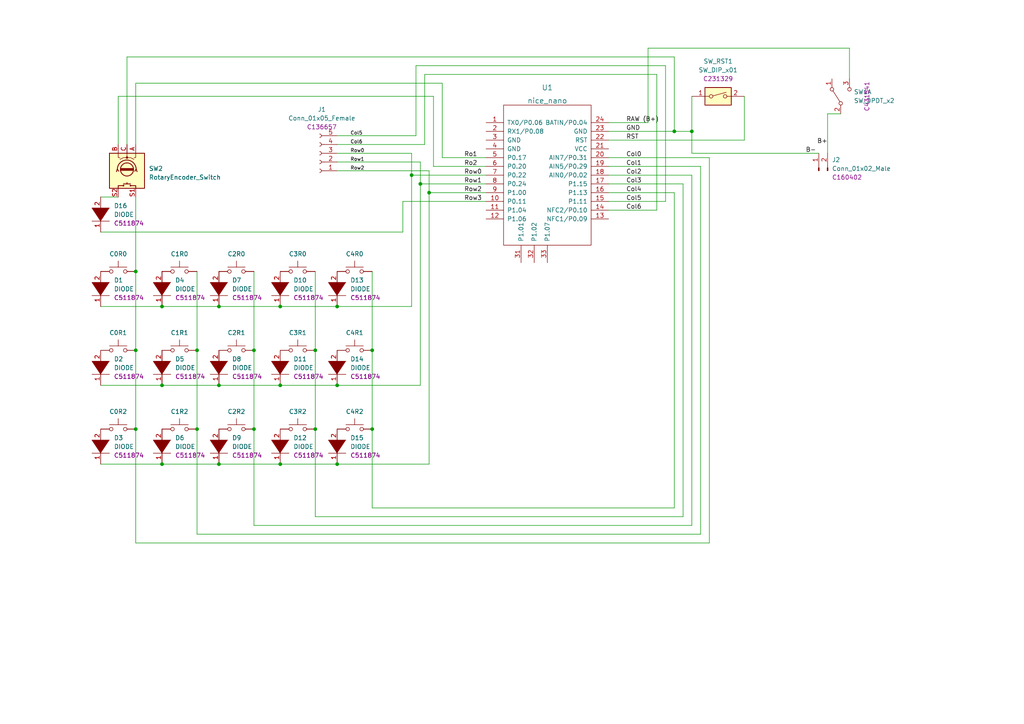
<source format=kicad_sch>
(kicad_sch (version 20230121) (generator eeschema)
  (paper "A4")
  (lib_symbols
    (symbol "DIODE_1" (pin_names (offset 1.016) hide)
      (property "Reference" "D" (at 0 -3.81 0))
      (property "Value" "DIODE_1" (at 0 -4.445 0))
      (property "LCSC" "C511874" (at 0 -6.35 0))
      (symbol "DIODE_1_0_1"
        (polyline (pts (xy -1.905 -2.54) (xy -1.905 2.54)))
        (polyline (pts (xy 1.905 -2.54) (xy 1.905 2.54) (xy -1.905 0)) (fill (type outline)))
      )
      (symbol "DIODE_1_1_1"
        (pin input line (at -5.08 0 0) (length 3.81) (name "A") (number "1"))
        (pin input line (at 5.08 0 180) (length 3.81) (name "K") (number "2"))
      )
    )
    (symbol "DIODE_10" (pin_names (offset 1.016) hide)
      (property "Reference" "D" (at 0 -3.81 0))
      (property "Value" "DIODE_10" (at 0 -4.445 0))
      (property "LCSC" "C511874" (at 0 -6.35 0))
      (symbol "DIODE_10_0_1"
        (polyline (pts (xy -1.905 -2.54) (xy -1.905 2.54)))
        (polyline (pts (xy 1.905 -2.54) (xy 1.905 2.54) (xy -1.905 0)) (fill (type outline)))
      )
      (symbol "DIODE_10_1_1"
        (pin input line (at -5.08 0 0) (length 3.81) (name "A") (number "1"))
        (pin input line (at 5.08 0 180) (length 3.81) (name "K") (number "2"))
      )
    )
    (symbol "DIODE_11" (pin_names (offset 1.016) hide)
      (property "Reference" "D" (at 0 -3.81 0))
      (property "Value" "DIODE_11" (at 0 -4.445 0))
      (property "LCSC" "C511874" (at 0 -6.35 0))
      (symbol "DIODE_11_0_1"
        (polyline (pts (xy -1.905 -2.54) (xy -1.905 2.54)))
        (polyline (pts (xy 1.905 -2.54) (xy 1.905 2.54) (xy -1.905 0)) (fill (type outline)))
      )
      (symbol "DIODE_11_1_1"
        (pin input line (at -5.08 0 0) (length 3.81) (name "A") (number "1"))
        (pin input line (at 5.08 0 180) (length 3.81) (name "K") (number "2"))
      )
    )
    (symbol "DIODE_12" (pin_names (offset 1.016) hide)
      (property "Reference" "D" (at 0 -3.81 0))
      (property "Value" "DIODE_12" (at 0 -4.445 0))
      (property "LCSC" "C511874" (at 0 -6.35 0))
      (symbol "DIODE_12_0_1"
        (polyline (pts (xy -1.905 -2.54) (xy -1.905 2.54)))
        (polyline (pts (xy 1.905 -2.54) (xy 1.905 2.54) (xy -1.905 0)) (fill (type outline)))
      )
      (symbol "DIODE_12_1_1"
        (pin input line (at -5.08 0 0) (length 3.81) (name "A") (number "1"))
        (pin input line (at 5.08 0 180) (length 3.81) (name "K") (number "2"))
      )
    )
    (symbol "DIODE_13" (pin_names (offset 1.016) hide)
      (property "Reference" "D" (at 0 -3.81 0))
      (property "Value" "DIODE_13" (at 0 -4.445 0))
      (property "LCSC" "C511874" (at 0 -6.35 0))
      (symbol "DIODE_13_0_1"
        (polyline (pts (xy -1.905 -2.54) (xy -1.905 2.54)))
        (polyline (pts (xy 1.905 -2.54) (xy 1.905 2.54) (xy -1.905 0)) (fill (type outline)))
      )
      (symbol "DIODE_13_1_1"
        (pin input line (at -5.08 0 0) (length 3.81) (name "A") (number "1"))
        (pin input line (at 5.08 0 180) (length 3.81) (name "K") (number "2"))
      )
    )
    (symbol "DIODE_14" (pin_names (offset 1.016) hide)
      (property "Reference" "D" (at 0 -3.81 0))
      (property "Value" "DIODE_14" (at 0 -4.445 0))
      (property "LCSC" "C511874" (at 0 -6.35 0))
      (symbol "DIODE_14_0_1"
        (polyline (pts (xy -1.905 -2.54) (xy -1.905 2.54)))
        (polyline (pts (xy 1.905 -2.54) (xy 1.905 2.54) (xy -1.905 0)) (fill (type outline)))
      )
      (symbol "DIODE_14_1_1"
        (pin input line (at -5.08 0 0) (length 3.81) (name "A") (number "1"))
        (pin input line (at 5.08 0 180) (length 3.81) (name "K") (number "2"))
      )
    )
    (symbol "DIODE_2" (pin_names (offset 1.016) hide)
      (property "Reference" "D" (at 0 -3.81 0))
      (property "Value" "DIODE_2" (at 0 -4.445 0))
      (property "LCSC" "C511874" (at 0 -6.35 0))
      (symbol "DIODE_2_0_1"
        (polyline (pts (xy -1.905 -2.54) (xy -1.905 2.54)))
        (polyline (pts (xy 1.905 -2.54) (xy 1.905 2.54) (xy -1.905 0)) (fill (type outline)))
      )
      (symbol "DIODE_2_1_1"
        (pin input line (at -5.08 0 0) (length 3.81) (name "A") (number "1"))
        (pin input line (at 5.08 0 180) (length 3.81) (name "K") (number "2"))
      )
    )
    (symbol "DIODE_3" (pin_names (offset 1.016) hide)
      (property "Reference" "D" (at 0 -3.81 0))
      (property "Value" "DIODE_3" (at 0 -4.445 0))
      (property "LCSC" "C511874" (at 0 -6.35 0))
      (symbol "DIODE_3_0_1"
        (polyline (pts (xy -1.905 -2.54) (xy -1.905 2.54)))
        (polyline (pts (xy 1.905 -2.54) (xy 1.905 2.54) (xy -1.905 0)) (fill (type outline)))
      )
      (symbol "DIODE_3_1_1"
        (pin input line (at -5.08 0 0) (length 3.81) (name "A") (number "1"))
        (pin input line (at 5.08 0 180) (length 3.81) (name "K") (number "2"))
      )
    )
    (symbol "DIODE_4" (pin_names (offset 1.016) hide)
      (property "Reference" "D" (at 0 -3.81 0))
      (property "Value" "DIODE_4" (at 0 -4.445 0))
      (property "LCSC" "C511874" (at 0 -6.35 0))
      (symbol "DIODE_4_0_1"
        (polyline (pts (xy -1.905 -2.54) (xy -1.905 2.54)))
        (polyline (pts (xy 1.905 -2.54) (xy 1.905 2.54) (xy -1.905 0)) (fill (type outline)))
      )
      (symbol "DIODE_4_1_1"
        (pin input line (at -5.08 0 0) (length 3.81) (name "A") (number "1"))
        (pin input line (at 5.08 0 180) (length 3.81) (name "K") (number "2"))
      )
    )
    (symbol "DIODE_5" (pin_names (offset 1.016) hide)
      (property "Reference" "D" (at 0 -3.81 0))
      (property "Value" "DIODE_5" (at 0 -4.445 0))
      (property "LCSC" "C511874" (at 0 -6.35 0))
      (symbol "DIODE_5_0_1"
        (polyline (pts (xy -1.905 -2.54) (xy -1.905 2.54)))
        (polyline (pts (xy 1.905 -2.54) (xy 1.905 2.54) (xy -1.905 0)) (fill (type outline)))
      )
      (symbol "DIODE_5_1_1"
        (pin input line (at -5.08 0 0) (length 3.81) (name "A") (number "1"))
        (pin input line (at 5.08 0 180) (length 3.81) (name "K") (number "2"))
      )
    )
    (symbol "DIODE_6" (pin_names (offset 1.016) hide)
      (property "Reference" "D" (at 0 -3.81 0))
      (property "Value" "DIODE_6" (at 0 -4.445 0))
      (property "LCSC" "C511874" (at 0 -6.35 0))
      (symbol "DIODE_6_0_1"
        (polyline (pts (xy -1.905 -2.54) (xy -1.905 2.54)))
        (polyline (pts (xy 1.905 -2.54) (xy 1.905 2.54) (xy -1.905 0)) (fill (type outline)))
      )
      (symbol "DIODE_6_1_1"
        (pin input line (at -5.08 0 0) (length 3.81) (name "A") (number "1"))
        (pin input line (at 5.08 0 180) (length 3.81) (name "K") (number "2"))
      )
    )
    (symbol "DIODE_7" (pin_names (offset 1.016) hide)
      (property "Reference" "D" (at 0 -3.81 0))
      (property "Value" "DIODE_7" (at 0 -4.445 0))
      (property "LCSC" "C511874" (at 0 -6.35 0))
      (symbol "DIODE_7_0_1"
        (polyline (pts (xy -1.905 -2.54) (xy -1.905 2.54)))
        (polyline (pts (xy 1.905 -2.54) (xy 1.905 2.54) (xy -1.905 0)) (fill (type outline)))
      )
      (symbol "DIODE_7_1_1"
        (pin input line (at -5.08 0 0) (length 3.81) (name "A") (number "1"))
        (pin input line (at 5.08 0 180) (length 3.81) (name "K") (number "2"))
      )
    )
    (symbol "DIODE_8" (pin_names (offset 1.016) hide)
      (property "Reference" "D" (at 0 -3.81 0))
      (property "Value" "DIODE_8" (at 0 -4.445 0))
      (property "LCSC" "C511874" (at 0 -6.35 0))
      (symbol "DIODE_8_0_1"
        (polyline (pts (xy -1.905 -2.54) (xy -1.905 2.54)))
        (polyline (pts (xy 1.905 -2.54) (xy 1.905 2.54) (xy -1.905 0)) (fill (type outline)))
      )
      (symbol "DIODE_8_1_1"
        (pin input line (at -5.08 0 0) (length 3.81) (name "A") (number "1"))
        (pin input line (at 5.08 0 180) (length 3.81) (name "K") (number "2"))
      )
    )
    (symbol "DIODE_9" (pin_names (offset 1.016) hide)
      (property "Reference" "D" (at 0 -3.81 0))
      (property "Value" "DIODE_9" (at 0 -4.445 0))
      (property "LCSC" "C511874" (at 0 -6.35 0))
      (symbol "DIODE_9_0_1"
        (polyline (pts (xy -1.905 -2.54) (xy -1.905 2.54)))
        (polyline (pts (xy 1.905 -2.54) (xy 1.905 2.54) (xy -1.905 0)) (fill (type outline)))
      )
      (symbol "DIODE_9_1_1"
        (pin input line (at -5.08 0 0) (length 3.81) (name "A") (number "1"))
        (pin input line (at 5.08 0 180) (length 3.81) (name "K") (number "2"))
      )
    )
    (symbol "Device:RotaryEncoder_Switch" (pin_names (offset 0.254) hide)
      (property "Reference" "SW" (at 0 6.604 0))
      (property "Value" "RotaryEncoder_Switch" (at 0 -6.604 0))
      (symbol "RotaryEncoder_Switch_0_1"
        (rectangle (start -5.08 5.08) (end 5.08 -5.08) (stroke (width 0.254)) (fill (type background)))
        (circle (center -3.81 0) (radius 0.254) (fill (type outline)))
        (circle (center -0.381 0) (radius 1.905) (stroke (width 0.254)))
        (arc (start -0.381 2.667) (mid -3.0988 -0.0635) (end -0.381 -2.794) (stroke (width 0.254)))
        (polyline (pts (xy -0.635 -1.778) (xy -0.635 1.778)) (stroke (width 0.254)))
        (polyline (pts (xy -0.381 -1.778) (xy -0.381 1.778)) (stroke (width 0.254)))
        (polyline (pts (xy -0.127 1.778) (xy -0.127 -1.778)) (stroke (width 0.254)))
        (polyline (pts (xy 3.81 0) (xy 3.429 0)) (stroke (width 0.254)))
        (polyline (pts (xy 3.81 1.016) (xy 3.81 -1.016)) (stroke (width 0.254)))
        (polyline (pts (xy -5.08 -2.54) (xy -3.81 -2.54) (xy -3.81 -2.032)))
        (polyline (pts (xy -5.08 2.54) (xy -3.81 2.54) (xy -3.81 2.032)))
        (polyline (pts (xy 0.254 -3.048) (xy -0.508 -2.794) (xy 0.127 -2.413)) (stroke (width 0.254)))
        (polyline (pts (xy 0.254 2.921) (xy -0.508 2.667) (xy 0.127 2.286)) (stroke (width 0.254)))
        (polyline (pts (xy 5.08 -2.54) (xy 4.318 -2.54) (xy 4.318 -1.016)) (stroke (width 0.254)))
        (polyline (pts (xy 5.08 2.54) (xy 4.318 2.54) (xy 4.318 1.016)) (stroke (width 0.254)))
        (polyline (pts (xy -5.08 0) (xy -3.81 0) (xy -3.81 -1.016) (xy -3.302 -2.032)))
        (polyline (pts (xy -4.318 0) (xy -3.81 0) (xy -3.81 1.016) (xy -3.302 2.032)))
        (circle (center 4.318 -1.016) (radius 0.127) (stroke (width 0.254)))
        (circle (center 4.318 1.016) (radius 0.127) (stroke (width 0.254)))
      )
      (symbol "RotaryEncoder_Switch_1_1"
        (pin passive line (at -7.62 2.54 0) (length 2.54) (name "A") (number "A"))
        (pin passive line (at -7.62 -2.54 0) (length 2.54) (name "B") (number "B"))
        (pin passive line (at -7.62 0 0) (length 2.54) (name "C") (number "C"))
        (pin passive line (at 7.62 2.54 180) (length 2.54) (name "S1") (number "S1"))
        (pin passive line (at 7.62 -2.54 180) (length 2.54) (name "S2") (number "S2"))
      )
    )
    (symbol "Switch:SW_Push" (pin_numbers hide) (pin_names (offset 1.016) hide)
      (property "Reference" "SW" (at 1.27 2.54 0))
      (property "Value" "SW_Push" (at 0 -1.524 0))
      (symbol "SW_Push_0_1"
        (circle (center -2.032 0) (radius 0.508))
        (polyline (pts (xy 0 1.27) (xy 0 3.048)))
        (polyline (pts (xy 2.54 1.27) (xy -2.54 1.27)))
        (circle (center 2.032 0) (radius 0.508))
        (pin passive line (at -5.08 0 0) (length 2.54) (name "1") (number "1"))
        (pin passive line (at 5.08 0 180) (length 2.54) (name "2") (number "2"))
      )
    )
    (symbol "nice_nano:nice_nano" (pin_names (offset 1.016))
      (property "Reference" "U" (at 0 0 0))
      (property "Value" "nice_nano" (at 0 2.54 0))
      (symbol "nice_nano_0_1"
        (rectangle (start -12.7 -21.59) (end 12.7 19.05))
      )
      (symbol "nice_nano_1_1"
        (pin input line (at -17.78 13.97 0) (length 5.08) (name "TX0/P0.06") (number "1"))
        (pin input line (at -17.78 -8.89 0) (length 5.08) (name "P0.11") (number "10"))
        (pin input line (at -17.78 -11.43 0) (length 5.08) (name "P1.04") (number "11"))
        (pin input line (at -17.78 -13.97 0) (length 5.08) (name "P1.06") (number "12"))
        (pin input line (at 17.78 -13.97 180) (length 5.08) (name "NFC1/P0.09") (number "13"))
        (pin input line (at 17.78 -11.43 180) (length 5.08) (name "NFC2/P0.10") (number "14"))
        (pin input line (at 17.78 -8.89 180) (length 5.08) (name "P1.11") (number "15"))
        (pin input line (at 17.78 -6.35 180) (length 5.08) (name "P1.13") (number "16"))
        (pin input line (at 17.78 -3.81 180) (length 5.08) (name "P1.15") (number "17"))
        (pin input line (at 17.78 -1.27 180) (length 5.08) (name "AIN0/P0.02") (number "18"))
        (pin input line (at 17.78 1.27 180) (length 5.08) (name "AIN5/P0.29") (number "19"))
        (pin input line (at -17.78 11.43 0) (length 5.08) (name "RX1/P0.08") (number "2"))
        (pin input line (at 17.78 3.81 180) (length 5.08) (name "AIN7/P0.31") (number "20"))
        (pin input line (at 17.78 6.35 180) (length 5.08) (name "VCC") (number "21"))
        (pin input line (at 17.78 8.89 180) (length 5.08) (name "RST") (number "22"))
        (pin input line (at 17.78 11.43 180) (length 5.08) (name "GND") (number "23"))
        (pin input line (at 17.78 13.97 180) (length 5.08) (name "BATIN/P0.04") (number "24"))
        (pin input line (at -17.78 8.89 0) (length 5.08) (name "GND") (number "3"))
        (pin input line (at -7.62 -26.67 90) (length 5.08) (name "P1.01") (number "31"))
        (pin input line (at -3.81 -26.67 90) (length 5.08) (name "P1.02") (number "32"))
        (pin input line (at 0 -26.67 90) (length 5.08) (name "P1.07") (number "33"))
        (pin input line (at -17.78 6.35 0) (length 5.08) (name "GND") (number "4"))
        (pin input line (at -17.78 3.81 0) (length 5.08) (name "P0.17") (number "5"))
        (pin input line (at -17.78 1.27 0) (length 5.08) (name "P0.20") (number "6"))
        (pin input line (at -17.78 -1.27 0) (length 5.08) (name "P0.22") (number "7"))
        (pin input line (at -17.78 -3.81 0) (length 5.08) (name "P0.24") (number "8"))
        (pin input line (at -17.78 -6.35 0) (length 5.08) (name "P1.00") (number "9"))
      )
    )
    (symbol "yan_Library:Conn_01x02_Male" (pin_names (offset 1.016) hide)
      (property "Reference" "J" (at 0 2.54 0))
      (property "Value" "Conn_01x02_Male" (at 0 -5.08 0))
      (property "LCSC" "C160402" (at 0 5.08 0))
      (symbol "Conn_01x02_Male_1_1"
        (polyline (pts (xy 1.27 -2.54) (xy 0.8636 -2.54)) (stroke (width 0.1524)))
        (polyline (pts (xy 1.27 0) (xy 0.8636 0)) (stroke (width 0.1524)))
        (rectangle (start 0.8636 -2.413) (end 0 -2.667) (stroke (width 0.1524)) (fill (type outline)))
        (rectangle (start 0.8636 0.127) (end 0 -0.127) (stroke (width 0.1524)) (fill (type outline)))
        (pin passive line (at 5.08 0 180) (length 3.81) (name "Pin_1") (number "1"))
        (pin passive line (at 5.08 -2.54 180) (length 3.81) (name "Pin_2") (number "2"))
      )
    )
    (symbol "yan_Library:Conn_01x05_Female" (pin_names (offset 1.016) hide)
      (property "Reference" "J" (at 0 7.62 0))
      (property "Value" "Conn_01x05_Female" (at 0 -7.62 0))
      (property "LCSC" "C136657" (at -1.27 -10.16 0))
      (symbol "Conn_01x05_Female_1_1"
        (arc (start 0 -4.572) (mid -0.5058 -5.08) (end 0 -5.588) (stroke (width 0.1524)))
        (arc (start 0 -2.032) (mid -0.5058 -2.54) (end 0 -3.048) (stroke (width 0.1524)))
        (polyline (pts (xy -1.27 -5.08) (xy -0.508 -5.08)) (stroke (width 0.1524)))
        (polyline (pts (xy -1.27 -2.54) (xy -0.508 -2.54)) (stroke (width 0.1524)))
        (polyline (pts (xy -1.27 0) (xy -0.508 0)) (stroke (width 0.1524)))
        (polyline (pts (xy -1.27 2.54) (xy -0.508 2.54)) (stroke (width 0.1524)))
        (polyline (pts (xy -1.27 5.08) (xy -0.508 5.08)) (stroke (width 0.1524)))
        (arc (start 0 0.508) (mid -0.5058 0) (end 0 -0.508) (stroke (width 0.1524)))
        (arc (start 0 3.048) (mid -0.5058 2.54) (end 0 2.032) (stroke (width 0.1524)))
        (arc (start 0 5.588) (mid -0.5058 5.08) (end 0 4.572) (stroke (width 0.1524)))
        (pin passive line (at -5.08 5.08 0) (length 3.81) (name "Pin_1") (number "1"))
        (pin passive line (at -5.08 2.54 0) (length 3.81) (name "Pin_2") (number "2"))
        (pin passive line (at -5.08 0 0) (length 3.81) (name "Pin_3") (number "3"))
        (pin passive line (at -5.08 -2.54 0) (length 3.81) (name "Pin_4") (number "4"))
        (pin passive line (at -5.08 -5.08 0) (length 3.81) (name "Pin_5") (number "5"))
      )
    )
    (symbol "yan_Library:DIODE" (pin_names (offset 1.016) hide)
      (property "Reference" "D" (at 0 -3.81 0))
      (property "Value" "DIODE" (at 0 -4.445 0))
      (property "LCSC" "C511874" (at 0 -6.35 0))
      (symbol "DIODE_0_1"
        (polyline (pts (xy -1.905 -2.54) (xy -1.905 2.54)))
        (polyline (pts (xy 1.905 -2.54) (xy 1.905 2.54) (xy -1.905 0)) (fill (type outline)))
      )
      (symbol "DIODE_1_1"
        (pin input line (at -5.08 0 0) (length 3.81) (name "A") (number "1"))
        (pin input line (at 5.08 0 180) (length 3.81) (name "K") (number "2"))
      )
    )
    (symbol "yan_Library:SW_DIP_x01" (pin_names (offset 0) hide)
      (property "Reference" "SW" (at 0 3.81 0))
      (property "Value" "SW_DIP_x01" (at 0 -3.81 0))
      (property "LCSC" "C231329" (at 0 0 0))
      (symbol "SW_DIP_x01_0_0"
        (circle (center -2.032 0) (radius 0.508))
        (polyline (pts (xy -1.524 0.127) (xy 2.3622 1.1684)))
        (circle (center 2.032 0) (radius 0.508))
      )
      (symbol "SW_DIP_x01_0_1"
        (rectangle (start -3.81 2.54) (end 3.81 -2.54) (stroke (width 0.254)) (fill (type background)))
      )
      (symbol "SW_DIP_x01_1_1"
        (pin passive line (at -7.62 0 0) (length 5.08) (name "~") (number "1"))
        (pin passive line (at 7.62 0 180) (length 5.08) (name "~") (number "2"))
      )
    )
    (symbol "yan_Library:SW_DPDT_x2" (pin_names (offset 0) hide)
      (property "Reference" "SW" (at 0 4.318 0))
      (property "Value" "SW_DPDT_x2" (at 0 -5.08 0))
      (property "LCSC" "C431541" (at 0 -7.62 0))
      (symbol "SW_DPDT_x2_0_0"
        (circle (center -2.032 0) (radius 0.508))
        (circle (center 2.032 -2.54) (radius 0.508))
      )
      (symbol "SW_DPDT_x2_0_1"
        (polyline (pts (xy -1.524 0.254) (xy 1.651 2.286)))
        (circle (center 2.032 2.54) (radius 0.508))
      )
      (symbol "SW_DPDT_x2_1_1"
        (pin passive line (at 5.08 2.54 180) (length 2.54) (name "A") (number "1"))
        (pin passive line (at -5.08 0 0) (length 2.54) (name "B") (number "2"))
        (pin passive line (at 5.08 -2.54 180) (length 2.54) (name "C") (number "3"))
      )
      (symbol "SW_DPDT_x2_2_1"
        (pin passive line (at 5.08 2.54 180) (length 2.54) (name "A") (number "4"))
        (pin passive line (at -5.08 0 0) (length 2.54) (name "B") (number "5"))
        (pin passive line (at 5.08 -2.54 180) (length 2.54) (name "C") (number "6"))
      )
    )
  )
  (junction (at 97.79 111.76))
  (junction (at 63.5 88.9))
  (junction (at 121.92 53.34))
  (junction (at 97.79 134.62))
  (junction (at 97.79 88.9))
  (junction (at 39.37 124.46))
  (junction (at 63.5 134.62))
  (junction (at 200.66 38.1))
  (junction (at 119.38 50.8))
  (junction (at 63.5 111.76))
  (junction (at 81.28 88.9))
  (junction (at 46.99 111.76))
  (junction (at 124.46 55.88))
  (junction (at 91.44 124.46))
  (junction (at 81.28 134.62))
  (junction (at 73.66 101.6))
  (junction (at 39.37 101.6))
  (junction (at 46.99 88.9))
  (junction (at 39.37 78.74))
  (junction (at 81.28 111.76))
  (junction (at 195.58 38.1))
  (junction (at 46.99 134.62))
  (junction (at 73.66 124.46))
  (junction (at 91.44 101.6))
  (junction (at 107.95 101.6))
  (junction (at 107.95 124.46))
  (junction (at 57.15 124.46))
  (junction (at 57.15 101.6))
  (wire (pts (xy 39.37 101.6) (xy 39.37 124.46)))
  (wire (pts (xy 120.65 19.05) (xy 193.04 19.05)))
  (wire (pts (xy 124.46 55.88) (xy 140.97 55.88)))
  (wire (pts (xy 187.96 35.56) (xy 187.96 13.97)))
  (wire (pts (xy 57.15 78.74) (xy 57.15 101.6)))
  (wire (pts (xy 97.79 111.76) (xy 121.92 111.76)))
  (wire (pts (xy 34.29 41.91) (xy 34.29 27.94)))
  (wire (pts (xy 91.44 149.86) (xy 91.44 124.46)))
  (wire (pts (xy 73.66 101.6) (xy 73.66 124.46)))
  (wire (pts (xy 215.9 27.94) (xy 215.9 40.64)))
  (wire (pts (xy 125.73 27.94) (xy 125.73 48.26)))
  (wire (pts (xy 81.28 88.9) (xy 97.79 88.9)))
  (wire (pts (xy 36.83 41.91) (xy 36.83 16.51)))
  (wire (pts (xy 97.79 39.37) (xy 120.65 39.37)))
  (wire (pts (xy 29.21 67.31) (xy 116.84 67.31)))
  (wire (pts (xy 176.53 35.56) (xy 187.96 35.56)))
  (wire (pts (xy 240.03 33.02) (xy 243.84 33.02)))
  (wire (pts (xy 195.58 38.1) (xy 200.66 38.1)))
  (wire (pts (xy 39.37 157.48) (xy 205.74 157.48)))
  (wire (pts (xy 73.66 78.74) (xy 73.66 101.6)))
  (wire (pts (xy 123.19 21.59) (xy 190.5 21.59)))
  (wire (pts (xy 97.79 46.99) (xy 121.92 46.99)))
  (wire (pts (xy 246.38 22.86) (xy 246.38 13.97)))
  (wire (pts (xy 29.21 57.15) (xy 34.29 57.15)))
  (wire (pts (xy 187.96 13.97) (xy 246.38 13.97)))
  (wire (pts (xy 97.79 41.91) (xy 123.19 41.91)))
  (wire (pts (xy 39.37 124.46) (xy 39.37 157.48)))
  (wire (pts (xy 124.46 49.53) (xy 124.46 55.88)))
  (wire (pts (xy 121.92 53.34) (xy 140.97 53.34)))
  (wire (pts (xy 195.58 147.32) (xy 195.58 55.88)))
  (wire (pts (xy 176.53 60.96) (xy 190.5 60.96)))
  (wire (pts (xy 125.73 48.26) (xy 140.97 48.26)))
  (wire (pts (xy 39.37 57.15) (xy 39.37 78.74)))
  (wire (pts (xy 176.53 50.8) (xy 200.66 50.8)))
  (wire (pts (xy 176.53 48.26) (xy 203.2 48.26)))
  (wire (pts (xy 200.66 44.45) (xy 237.49 44.45)))
  (wire (pts (xy 119.38 50.8) (xy 140.97 50.8)))
  (wire (pts (xy 119.38 44.45) (xy 119.38 50.8)))
  (wire (pts (xy 97.79 134.62) (xy 124.46 134.62)))
  (wire (pts (xy 91.44 101.6) (xy 91.44 124.46)))
  (wire (pts (xy 107.95 147.32) (xy 195.58 147.32)))
  (wire (pts (xy 57.15 154.94) (xy 57.15 124.46)))
  (wire (pts (xy 46.99 111.76) (xy 63.5 111.76)))
  (wire (pts (xy 176.53 53.34) (xy 198.12 53.34)))
  (wire (pts (xy 97.79 49.53) (xy 124.46 49.53)))
  (wire (pts (xy 107.95 78.74) (xy 107.95 101.6)))
  (wire (pts (xy 195.58 16.51) (xy 195.58 38.1)))
  (wire (pts (xy 176.53 55.88) (xy 195.58 55.88)))
  (wire (pts (xy 36.83 16.51) (xy 195.58 16.51)))
  (wire (pts (xy 39.37 78.74) (xy 39.37 101.6)))
  (wire (pts (xy 39.37 24.13) (xy 39.37 41.91)))
  (wire (pts (xy 57.15 101.6) (xy 57.15 124.46)))
  (wire (pts (xy 240.03 44.45) (xy 240.03 33.02)))
  (wire (pts (xy 176.53 45.72) (xy 205.74 45.72)))
  (wire (pts (xy 203.2 48.26) (xy 203.2 154.94)))
  (wire (pts (xy 198.12 149.86) (xy 91.44 149.86)))
  (wire (pts (xy 34.29 27.94) (xy 125.73 27.94)))
  (wire (pts (xy 119.38 50.8) (xy 119.38 88.9)))
  (wire (pts (xy 190.5 21.59) (xy 190.5 60.96)))
  (wire (pts (xy 97.79 44.45) (xy 119.38 44.45)))
  (wire (pts (xy 176.53 38.1) (xy 195.58 38.1)))
  (wire (pts (xy 81.28 134.62) (xy 97.79 134.62)))
  (wire (pts (xy 120.65 39.37) (xy 120.65 19.05)))
  (wire (pts (xy 176.53 40.64) (xy 215.9 40.64)))
  (wire (pts (xy 203.2 154.94) (xy 57.15 154.94)))
  (wire (pts (xy 200.66 27.94) (xy 200.66 38.1)))
  (wire (pts (xy 73.66 124.46) (xy 73.66 152.4)))
  (wire (pts (xy 176.53 58.42) (xy 193.04 58.42)))
  (wire (pts (xy 116.84 58.42) (xy 140.97 58.42)))
  (wire (pts (xy 29.21 134.62) (xy 46.99 134.62)))
  (wire (pts (xy 200.66 44.45) (xy 200.66 38.1)))
  (wire (pts (xy 46.99 134.62) (xy 63.5 134.62)))
  (wire (pts (xy 63.5 134.62) (xy 81.28 134.62)))
  (wire (pts (xy 198.12 53.34) (xy 198.12 149.86)))
  (wire (pts (xy 205.74 157.48) (xy 205.74 45.72)))
  (wire (pts (xy 73.66 152.4) (xy 200.66 152.4)))
  (wire (pts (xy 91.44 78.74) (xy 91.44 101.6)))
  (wire (pts (xy 193.04 58.42) (xy 193.04 19.05)))
  (wire (pts (xy 200.66 152.4) (xy 200.66 50.8)))
  (wire (pts (xy 124.46 55.88) (xy 124.46 134.62)))
  (wire (pts (xy 128.27 45.72) (xy 128.27 24.13)))
  (wire (pts (xy 107.95 101.6) (xy 107.95 124.46)))
  (wire (pts (xy 140.97 45.72) (xy 128.27 45.72)))
  (wire (pts (xy 81.28 111.76) (xy 97.79 111.76)))
  (wire (pts (xy 128.27 24.13) (xy 39.37 24.13)))
  (wire (pts (xy 63.5 111.76) (xy 81.28 111.76)))
  (wire (pts (xy 46.99 88.9) (xy 63.5 88.9)))
  (wire (pts (xy 97.79 88.9) (xy 119.38 88.9)))
  (wire (pts (xy 29.21 111.76) (xy 46.99 111.76)))
  (wire (pts (xy 123.19 41.91) (xy 123.19 21.59)))
  (wire (pts (xy 121.92 53.34) (xy 121.92 111.76)))
  (wire (pts (xy 121.92 46.99) (xy 121.92 53.34)))
  (wire (pts (xy 116.84 67.31) (xy 116.84 58.42)))
  (wire (pts (xy 63.5 88.9) (xy 81.28 88.9)))
  (wire (pts (xy 29.21 88.9) (xy 46.99 88.9)))
  (wire (pts (xy 107.95 124.46) (xy 107.95 147.32)))
  (label "Col4" (at 181.61 55.88 0))
  (label "Row0" (at 134.62 50.8 0))
  (label "Col1" (at 181.61 48.26 0))
  (label "Col6" (at 181.61 60.96 0))
  (label "Row1" (at 101.6 46.99 0) (effects (font (size 1 1))))
  (label "Row3" (at 134.62 58.42 0))
  (label "Col2" (at 181.61 50.8 0))
  (label "GND" (at 181.61 38.1 0))
  (label "Col3" (at 181.61 53.34 0))
  (label "Ro2" (at 134.62 48.26 0))
  (label "Row0" (at 101.6 44.45 0) (effects (font (size 1 1))))
  (label "Ro1" (at 134.62 45.72 0))
  (label "Col0" (at 181.61 45.72 0))
  (label "RST" (at 181.61 40.64 0))
  (label "Row2" (at 101.6 49.53 0) (effects (font (size 1 1))))
  (label "RAW (B+)" (at 181.61 35.56 0))
  (label "Row1" (at 134.62 53.34 0))
  (label "Col5" (at 181.61 58.42 0))
  (label "Row2" (at 134.62 55.88 0))
  (label "B+" (at 240.03 41.91 180))
  (label "Col5" (at 101.6 39.37 0) (effects (font (size 1 1))))
  (label "Col6" (at 101.6 41.91 0) (effects (font (size 1 1))))
  (label "B-" (at 233.68 44.45 0))
  (symbol (lib_id "Device:RotaryEncoder_Switch") (at 36.83 49.53 270) (unit 1)
    (property "Reference" "SW2" (at 43.18 48.895 90) (effects (justify left)))
    (property "Value" "RotaryEncoder_Switch" (at 43.18 51.435 90) (effects (justify left)))
  )
  (symbol (lib_id "Switch:SW_Push") (at 52.07 101.6 0) (unit 1)
    (property "Reference" "C1R1" (at 52.07 96.52 0))
    (property "Value" "SW_Push" (effects hide))
    (property "Footprint" "Yan libraryo:Kailh_socket_PG1350" (effects hide))
  )
  (symbol (lib_id "yan_Library:Conn_01x02_Male") (at 237.49 49.53 90) (unit 1)
    (property "Reference" "J2" (at 241.3 46.3549 90) (effects (justify right)))
    (property "Value" "Conn_01x02_Male" (at 241.3 48.8949 90) (effects (justify right)))
    (property "Footprint" "Yan libraryo:JST_SH_SM02B-SRSS-TB_1x02-1MP_P1.00mm_Horizontal" (effects hide))
    (property "LCSC" "C160402" (at 241.3 51.4349 90) (effects (justify right)))
  )
  (symbol (lib_name "DIODE_4") (lib_id "yan_Library:DIODE") (at 63.5 129.54 90) (unit 1)
    (property "Reference" "D9" (at 67.31 126.9999 90) (effects (justify right)))
    (property "Value" "DIODE" (at 67.31 129.5399 90) (effects (justify right)))
    (property "Footprint" "Yan libraryo:D_SOD-523" (effects hide))
    (property "LCSC" "C511874" (at 67.31 132.0799 90) (effects (justify right)))
  )
  (symbol (lib_id "Switch:SW_Push") (at 102.87 124.46 0) (unit 1)
    (property "Reference" "C4R2" (at 102.87 119.38 0))
    (property "Value" "SW_Push" (effects hide))
    (property "Footprint" "Yan libraryo:Kailh_socket_PG1350" (effects hide))
  )
  (symbol (lib_name "DIODE_7") (lib_id "yan_Library:DIODE") (at 97.79 83.82 90) (unit 1)
    (property "Reference" "D13" (at 101.6 81.2799 90) (effects (justify right)))
    (property "Value" "DIODE" (at 101.6 83.8199 90) (effects (justify right)))
    (property "Footprint" "Yan libraryo:D_SOD-523" (effects hide))
    (property "LCSC" "C511874" (at 101.6 86.3599 90) (effects (justify right)))
  )
  (symbol (lib_id "Switch:SW_Push") (at 52.07 78.74 0) (unit 1)
    (property "Reference" "C1R0" (at 52.07 73.66 0))
    (property "Value" "SW_Push" (effects hide))
    (property "Footprint" "Yan libraryo:Kailh_socket_PG1350" (effects hide))
  )
  (symbol (lib_id "Switch:SW_Push") (at 68.58 78.74 0) (unit 1)
    (property "Reference" "C2R0" (at 68.58 73.66 0))
    (property "Value" "SW_Push" (effects hide))
    (property "Footprint" "Yan libraryo:Kailh_socket_PG1350" (effects hide))
  )
  (symbol (lib_name "DIODE_7") (lib_id "yan_Library:DIODE") (at 29.21 62.23 90) (unit 1)
    (property "Reference" "D16" (at 33.02 59.6899 90) (effects (justify right)))
    (property "Value" "DIODE" (at 33.02 62.2299 90) (effects (justify right)))
    (property "Footprint" "Yan libraryo:D_SOD-523" (effects hide))
    (property "LCSC" "C511874" (at 33.02 64.7699 90) (effects (justify right)))
  )
  (symbol (lib_name "DIODE_6") (lib_id "yan_Library:DIODE") (at 63.5 106.68 90) (unit 1)
    (property "Reference" "D8" (at 67.31 104.1399 90) (effects (justify right)))
    (property "Value" "DIODE" (at 67.31 106.6799 90) (effects (justify right)))
    (property "Footprint" "Yan libraryo:D_SOD-523" (effects hide))
    (property "LCSC" "C511874" (at 67.31 109.2199 90) (effects (justify right)))
  )
  (symbol (lib_name "DIODE_3") (lib_id "yan_Library:DIODE") (at 81.28 129.54 90) (unit 1)
    (property "Reference" "D12" (at 85.09 126.9999 90) (effects (justify right)))
    (property "Value" "DIODE" (at 85.09 129.5399 90) (effects (justify right)))
    (property "Footprint" "Yan libraryo:D_SOD-523" (effects hide))
    (property "LCSC" "C511874" (at 85.09 132.0799 90) (effects (justify right)))
  )
  (symbol (lib_id "yan_Library:Conn_01x05_Female") (at 92.71 44.45 180) (unit 1)
    (property "Reference" "J1" (at 93.345 31.75 0))
    (property "Value" "Conn_01x05_Female" (at 93.345 34.29 0))
    (property "Footprint" "Yan libraryo:JST_SH_SM05B-SRSS-TB_1x05-1MP_P1.00mm_Horizontal" (effects hide))
    (property "LCSC" "C136657" (at 93.345 36.83 0))
  )
  (symbol (lib_id "Switch:SW_Push") (at 102.87 78.74 0) (unit 1)
    (property "Reference" "C4R0" (at 102.87 73.66 0))
    (property "Value" "SW_Push" (effects hide))
    (property "Footprint" "Yan libraryo:SW_PG1350" (effects hide))
  )
  (symbol (lib_name "DIODE_2") (lib_id "yan_Library:DIODE") (at 81.28 106.68 90) (unit 1)
    (property "Reference" "D11" (at 85.09 104.1399 90) (effects (justify right)))
    (property "Value" "DIODE" (at 85.09 106.6799 90) (effects (justify right)))
    (property "Footprint" "Yan libraryo:D_SOD-523" (effects hide))
    (property "LCSC" "C511874" (at 85.09 109.2199 90) (effects (justify right)))
  )
  (symbol (lib_name "DIODE_13") (lib_id "yan_Library:DIODE") (at 29.21 106.68 90) (unit 1)
    (property "Reference" "D2" (at 33.02 104.1399 90) (effects (justify right)))
    (property "Value" "DIODE" (at 33.02 106.6799 90) (effects (justify right)))
    (property "Footprint" "Yan libraryo:D_SOD-523" (effects hide))
    (property "LCSC" "C511874" (at 33.02 109.2199 90) (effects (justify right)))
  )
  (symbol (lib_id "Switch:SW_Push") (at 34.29 124.46 0) (unit 1)
    (property "Reference" "C0R2" (at 34.29 119.38 0))
    (property "Value" "SW_Push" (effects hide))
    (property "Footprint" "Yan libraryo:Kailh_socket_PG1350" (effects hide))
  )
  (symbol (lib_id "Switch:SW_Push") (at 86.36 78.74 0) (unit 1)
    (property "Reference" "C3R0" (at 86.36 73.66 0))
    (property "Value" "SW_Push" (effects hide))
    (property "Footprint" "Yan libraryo:Kailh_socket_PG1350" (effects hide))
  )
  (symbol (lib_name "DIODE_5") (lib_id "yan_Library:DIODE") (at 63.5 83.82 90) (unit 1)
    (property "Reference" "D7" (at 67.31 81.2799 90) (effects (justify right)))
    (property "Value" "DIODE" (at 67.31 83.8199 90) (effects (justify right)))
    (property "Footprint" "Yan libraryo:D_SOD-523" (effects hide))
    (property "LCSC" "C511874" (at 67.31 86.3599 90) (effects (justify right)))
  )
  (symbol (lib_name "DIODE_14") (lib_id "yan_Library:DIODE") (at 29.21 129.54 90) (unit 1)
    (property "Reference" "D3" (at 33.02 126.9999 90) (effects (justify right)))
    (property "Value" "DIODE" (at 33.02 129.5399 90) (effects (justify right)))
    (property "Footprint" "Yan libraryo:D_SOD-523" (effects hide))
    (property "LCSC" "C511874" (at 33.02 132.0799 90) (effects (justify right)))
  )
  (symbol (lib_name "DIODE_9") (lib_id "yan_Library:DIODE") (at 97.79 106.68 90) (unit 1)
    (property "Reference" "D14" (at 101.6 104.1399 90) (effects (justify right)))
    (property "Value" "DIODE" (at 101.6 106.6799 90) (effects (justify right)))
    (property "Footprint" "Yan libraryo:D_SOD-523" (effects hide))
    (property "LCSC" "C511874" (at 101.6 109.2199 90) (effects (justify right)))
  )
  (symbol (lib_id "yan_Library:SW_DIP_x01") (at 208.28 27.94 0) (unit 1)
    (property "Reference" "SW_RST1" (at 208.28 17.78 0))
    (property "Value" "SW_DIP_x01" (at 208.28 20.32 0))
    (property "Footprint" "Yan libraryo:b3u-1000P" (effects hide))
    (property "LCSC" "C231329" (at 208.28 22.86 0))
  )
  (symbol (lib_name "DIODE_10") (lib_id "yan_Library:DIODE") (at 46.99 83.82 90) (unit 1)
    (property "Reference" "D4" (at 50.8 81.2799 90) (effects (justify right)))
    (property "Value" "DIODE" (at 50.8 83.8199 90) (effects (justify right)))
    (property "Footprint" "Yan libraryo:D_SOD-523" (effects hide))
    (property "LCSC" "C511874" (at 50.8 86.3599 90) (effects (justify right)))
  )
  (symbol (lib_id "Switch:SW_Push") (at 34.29 78.74 0) (unit 1)
    (property "Reference" "C0R0" (at 34.29 73.66 0))
    (property "Value" "SW_Push" (effects hide))
    (property "Footprint" "Yan libraryo:Kailh_socket_PG1350" (effects hide))
  )
  (symbol (lib_id "Switch:SW_Push") (at 86.36 124.46 0) (unit 1)
    (property "Reference" "C3R2" (at 86.36 119.38 0))
    (property "Value" "SW_Push" (effects hide))
    (property "Footprint" "Yan libraryo:Kailh_socket_PG1350" (effects hide))
  )
  (symbol (lib_id "yan_Library:SW_DPDT_x2") (at 243.84 27.94 90) (unit 1)
    (property "Reference" "SW1" (at 247.65 26.6699 90) (effects (justify right)))
    (property "Value" "SW_DPDT_x2" (at 247.65 29.2099 90) (effects (justify right)))
    (property "Footprint" "Yan libraryo:Side switch" (effects hide))
    (property "Datasheet" "MSK12C02-HB" (effects hide))
    (property "LCSC" "C431541" (at 251.46 27.94 0))
  )
  (symbol (lib_name "DIODE_11") (lib_id "yan_Library:DIODE") (at 46.99 106.68 90) (unit 1)
    (property "Reference" "D5" (at 50.8 104.1399 90) (effects (justify right)))
    (property "Value" "DIODE" (at 50.8 106.6799 90) (effects (justify right)))
    (property "Footprint" "Yan libraryo:D_SOD-523" (effects hide))
    (property "LCSC" "C511874" (at 50.8 109.2199 90) (effects (justify right)))
  )
  (symbol (lib_id "Switch:SW_Push") (at 52.07 124.46 0) (unit 1)
    (property "Reference" "C1R2" (at 52.07 119.38 0))
    (property "Value" "SW_Push" (effects hide))
    (property "Footprint" "Yan libraryo:Kailh_socket_PG1350" (effects hide))
  )
  (symbol (lib_id "nice_nano:nice_nano") (at 158.75 49.53 0) (unit 1)
    (property "Reference" "U1" (at 158.75 25.4 0) (effects (font (size 1.524 1.524))))
    (property "Value" "nice_nano" (at 158.75 29.21 0) (effects (font (size 1.524 1.524))))
    (property "Footprint" "Yan libraryo:nice_nano" (effects hide))
  )
  (symbol (lib_name "DIODE_1") (lib_id "yan_Library:DIODE") (at 81.28 83.82 90) (unit 1)
    (property "Reference" "D10" (at 85.09 81.2799 90) (effects (justify right)))
    (property "Value" "DIODE" (at 85.09 83.8199 90) (effects (justify right)))
    (property "Footprint" "Yan libraryo:D_SOD-523" (effects hide))
    (property "LCSC" "C511874" (at 85.09 86.3599 90) (effects (justify right)))
  )
  (symbol (lib_id "Switch:SW_Push") (at 34.29 101.6 0) (unit 1)
    (property "Reference" "C0R1" (at 34.29 96.52 0))
    (property "Value" "SW_Push" (effects hide))
    (property "Footprint" "Yan libraryo:Kailh_socket_PG1350" (effects hide))
  )
  (symbol (lib_name "DIODE_12") (lib_id "yan_Library:DIODE") (at 29.21 83.82 90) (unit 1)
    (property "Reference" "D1" (at 33.02 81.2799 90) (effects (justify right)))
    (property "Value" "DIODE" (at 33.02 83.8199 90) (effects (justify right)))
    (property "Footprint" "Yan libraryo:D_SOD-523" (effects hide))
    (property "LCSC" "C511874" (at 33.02 86.3599 90) (effects (justify right)))
  )
  (symbol (lib_id "yan_Library:DIODE") (at 46.99 129.54 90) (unit 1)
    (property "Reference" "D6" (at 50.8 126.9999 90) (effects (justify right)))
    (property "Value" "DIODE" (at 50.8 129.5399 90) (effects (justify right)))
    (property "Footprint" "Yan libraryo:D_SOD-523" (effects hide))
    (property "LCSC" "C511874" (at 50.8 132.0799 90) (effects (justify right)))
  )
  (symbol (lib_name "DIODE_8") (lib_id "yan_Library:DIODE") (at 97.79 129.54 90) (unit 1)
    (property "Reference" "D15" (at 101.6 126.9999 90) (effects (justify right)))
    (property "Value" "DIODE" (at 101.6 129.5399 90) (effects (justify right)))
    (property "Footprint" "Yan libraryo:D_SOD-523" (effects hide))
    (property "LCSC" "C511874" (at 101.6 132.0799 90) (effects (justify right)))
  )
  (symbol (lib_id "Switch:SW_Push") (at 86.36 101.6 0) (unit 1)
    (property "Reference" "C3R1" (at 86.36 96.52 0))
    (property "Value" "SW_Push" (effects hide))
    (property "Footprint" "Yan libraryo:Kailh_socket_PG1350" (effects hide))
  )
  (symbol (lib_id "Switch:SW_Push") (at 102.87 101.6 0) (unit 1)
    (property "Reference" "C4R1" (at 102.87 96.52 0))
    (property "Value" "SW_Push" (effects hide))
    (property "Footprint" "Yan libraryo:SW_PG1350" (effects hide))
  )
  (symbol (lib_id "Switch:SW_Push") (at 68.58 101.6 0) (unit 1)
    (property "Reference" "C2R1" (at 68.58 96.52 0))
    (property "Value" "SW_Push" (effects hide))
    (property "Footprint" "Yan libraryo:Kailh_socket_PG1350" (effects hide))
  )
  (symbol (lib_id "Switch:SW_Push") (at 68.58 124.46 0) (unit 1)
    (property "Reference" "C2R2" (at 68.58 119.38 0))
    (property "Value" "SW_Push" (effects hide))
    (property "Footprint" "Yan libraryo:Kailh_socket_PG1350" (effects hide))
  )
)
</source>
